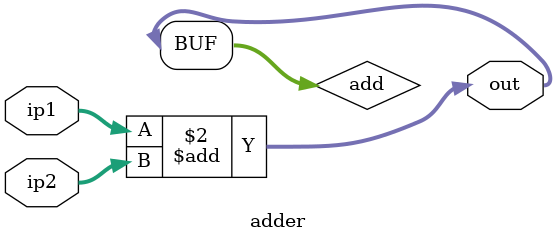
<source format=v>

module sh_by2(in,out);
input signed [31:0]in;
output reg[31:0]out;

always @*
begin
if(in>0)
out <= (in<<2)+16;
else
 out <= (in<<2)-4;
end
endmodule

// >>//////////////////// sign extend ////////////////////////
module signext(ip, op);

input [15:0] ip;
output [31:0] op;
reg [31:0] ext;

always @(*) begin
 ext [15:0]  = ip;
 ext [31:16] = {16{ip[15]}};
end

assign op = ext;
endmodule
// >>//////////////////// sign extend ////////////////////////



// >>//////////////////// adder //////////////////////////////
module adder (ip1, ip2, out);

//input clk, rst;
input [31:0] ip1, ip2;
output [31:0] out;

reg [31:0] add;

always @(ip1 or ip2) begin
 add <= ip1 + ip2;
end
assign out = add;

endmodule

// >>//////////////////// adder //////////////////////////////end

</source>
